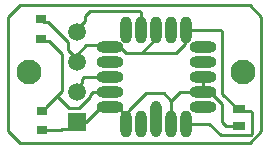
<source format=gtl>
G04*
G04 #@! TF.GenerationSoftware,Altium Limited,Altium Designer,22.0.2 (36)*
G04*
G04 Layer_Physical_Order=1*
G04 Layer_Color=255*
%FSLAX25Y25*%
%MOIN*%
G70*
G04*
G04 #@! TF.SameCoordinates,765FD517-A851-424C-B14A-FD8E0EA29084*
G04*
G04*
G04 #@! TF.FilePolarity,Positive*
G04*
G01*
G75*
%ADD12O,0.03740X0.12205*%
%ADD13O,0.03740X0.09055*%
%ADD14O,0.09055X0.03740*%
%ADD15R,0.03898X0.03071*%
%ADD16R,0.03661X0.03110*%
%ADD25C,0.01000*%
%ADD26C,0.05906*%
%ADD27R,0.05906X0.05906*%
%ADD28C,0.08268*%
D12*
X245000Y381024D02*
D03*
D13*
X250000Y379449D02*
D03*
X255000D02*
D03*
X240000D02*
D03*
X235000D02*
D03*
Y410551D02*
D03*
X240000D02*
D03*
X245000D02*
D03*
X250000D02*
D03*
X255000D02*
D03*
D14*
X229449Y385000D02*
D03*
Y390000D02*
D03*
Y395000D02*
D03*
Y400000D02*
D03*
Y405000D02*
D03*
X260551D02*
D03*
Y400000D02*
D03*
Y395000D02*
D03*
Y390000D02*
D03*
Y385000D02*
D03*
D15*
X272500Y378744D02*
D03*
Y384256D02*
D03*
D16*
X207000Y383728D02*
D03*
Y377272D02*
D03*
X206500Y407772D02*
D03*
Y414228D02*
D03*
D25*
X276063Y419000D02*
X280000Y415063D01*
X276063Y373000D02*
X280000Y376937D01*
X195500Y415063D02*
X199437Y419000D01*
X195500Y376937D02*
X199437Y373000D01*
X276063D01*
X199437Y419000D02*
X276063D01*
X280000Y376937D02*
Y415063D01*
X195500Y376937D02*
Y415063D01*
X215500Y404000D02*
Y406500D01*
X206500Y414228D02*
X207555Y413173D01*
X208827D01*
X215500Y406500D01*
X267000Y389342D02*
Y409965D01*
Y389342D02*
X272087Y384256D01*
X267000Y380000D02*
Y385975D01*
X268256Y378744D02*
X272500D01*
X267000Y380000D02*
X268256Y378744D01*
X262975Y390000D02*
X267000Y385975D01*
X266414Y410551D02*
X267000Y409965D01*
X255000Y410551D02*
X266414D01*
X259285Y390000D02*
X260551Y391266D01*
Y390000D02*
X262975D01*
X262449Y379449D02*
X266398Y375500D01*
X276414D02*
X277000Y376086D01*
X266398Y375500D02*
X276414D01*
X277000Y376086D02*
Y382914D01*
X273256Y383500D02*
X276414D01*
X277000Y382914D01*
X272500Y384256D02*
X273256Y383500D01*
X272087Y384256D02*
X272500D01*
X255000Y379449D02*
X262449D01*
X211886Y388614D02*
X213500Y390228D01*
X208331Y385059D02*
X211886Y388614D01*
X216000Y384500D02*
X219297D01*
X211886Y388614D02*
X216000Y384500D01*
X260551Y395000D02*
X260646Y394905D01*
X259285Y390000D02*
X260551D01*
X247500Y389500D02*
X250000Y387000D01*
X232848Y405000D02*
X234889Y402959D01*
X240065D01*
X215500Y404000D02*
X217750Y401750D01*
X218500Y401000D01*
Y400000D02*
Y401000D01*
X207772Y384500D02*
X208047D01*
X208331Y384784D02*
Y385059D01*
X208047Y384500D02*
X208331Y384784D01*
X207000Y383728D02*
X207772Y384500D01*
X213500Y390228D02*
Y402500D01*
X217750Y401750D02*
X221500Y405500D01*
X207389Y406882D02*
X209118D01*
X206500Y407772D02*
X207389Y406882D01*
X209118D02*
X213500Y402500D01*
X226500Y385000D02*
X232106D01*
X221500Y380000D02*
X226500Y385000D01*
X218500Y380000D02*
X221500D01*
Y405500D02*
X224483D01*
X213272Y377272D02*
X213547Y377547D01*
X216047D01*
X218500Y380000D01*
X207000Y377272D02*
X213272D01*
X221219Y415219D02*
X223000Y417000D01*
X221219Y413578D02*
Y415219D01*
X218500Y410858D02*
X221219Y413578D01*
X218500Y410000D02*
Y410858D01*
X240000Y410551D02*
Y416414D01*
X239414Y417000D02*
X240000Y416414D01*
X223000Y417000D02*
X239414D01*
X220293Y394293D02*
X221000Y395000D01*
X220293Y393120D02*
Y394293D01*
X218500Y391327D02*
X220293Y393120D01*
X218500Y390000D02*
Y391327D01*
X221000Y395000D02*
X229449D01*
X219297Y384500D02*
X222953Y388156D01*
Y388953D02*
X224000Y390000D01*
X222953Y388156D02*
Y388953D01*
X229449Y405000D02*
X232848D01*
X228924Y405524D02*
X229449Y405000D01*
X251459Y402959D02*
X254476Y405976D01*
X240065Y402959D02*
X251459D01*
X240065D02*
X245000Y407894D01*
X254476Y405976D02*
Y409135D01*
X255000Y409659D01*
X241394Y389500D02*
X247500D01*
X235883Y383989D02*
X241394Y389500D01*
X235000Y382106D02*
Y382848D01*
X235883Y383731D01*
Y383989D01*
X235000Y379449D02*
Y382106D01*
X253000Y390000D02*
X259285D01*
X250000Y387000D02*
X253000Y390000D01*
X250000Y379449D02*
Y387000D01*
X224000Y390000D02*
X229449D01*
X255000Y409659D02*
Y410551D01*
X245000Y407894D02*
Y410551D01*
X232106Y385000D02*
X235000Y382106D01*
X260551Y391266D02*
Y395000D01*
X224483Y405524D02*
X228924D01*
D26*
X218500Y410000D02*
D03*
Y400000D02*
D03*
Y390000D02*
D03*
D27*
Y380000D02*
D03*
D28*
X274000Y396500D02*
D03*
X202500D02*
D03*
M02*

</source>
